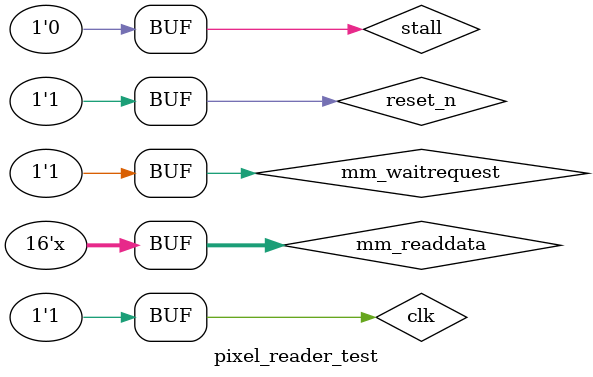
<source format=sv>
`timescale 1ns/100ps

module pixel_reader_test;

    logic clk;
    logic reset_n;

    logic [19:0] mm_address;
    logic        mm_read;
    logic [15:0] mm_readdata;
    logic        mm_waitrequest;

    logic [23:0] st_pixel_data;
    logic        st_pixel_valid;
    logic        st_pixel_ready;

    logic        stall;
    logic [23:0] last_value;
    logic [7:0]  num_values;

    pixel_reader u0(
        .clk,
        .reset_n,

        .next_frame('0),

        .mm_address,
        .mm_read,
        .mm_readdata,
        .mm_waitrequest,

        .st_pixel_data,
        .st_pixel_valid,
        .st_pixel_ready
    );

    fake_sink #(
        .DATA_WIDTH(24)
    ) u1(
        .clk,
        .reset_n,

        .data(st_pixel_data),
        .valid(st_pixel_valid),
        .ready(st_pixel_ready),

        .stall,
        .last_value,
        .num_values
    );

    initial begin
           clk = 0; reset_n = 0; mm_readdata = 16'hxxxx; mm_waitrequest = 1; stall = 0;
        #5 clk = 1;
        #5 clk = 0; reset_n = 1;
        #5 clk = 1;
        #5 clk = 0; mm_readdata = 16'hxxxx; mm_waitrequest = 1; stall = 0;
        #5 clk = 1;
        #5 clk = 0; mm_readdata = 16'hxxxx; mm_waitrequest = 1; stall = 0;
        #5 clk = 1;
        #5 clk = 0; mm_readdata = 16'h001f; mm_waitrequest = 0; stall = 0;
        #5 clk = 1;
        #5 clk = 0; mm_readdata = 16'hxxxx; mm_waitrequest = 1; stall = 1;
        #5 clk = 1;
        #5 clk = 0; mm_readdata = 16'hxxxx; mm_waitrequest = 1; stall = 0;
        #5 clk = 1;
        #5 clk = 0; mm_readdata = 16'h07e0; mm_waitrequest = 0; stall = 0;
        #5 clk = 1;
        #5 clk = 0; mm_readdata = 16'hxxxx; mm_waitrequest = 1; stall = 0;
        #5 clk = 1;
        #5 clk = 0; mm_readdata = 16'hf800; mm_waitrequest = 0; stall = 0;
        #5 clk = 1;
        #5 clk = 0; mm_readdata = 16'hxxxx; mm_waitrequest = 1; stall = 0;
        #5 clk = 1;
        #5 clk = 0; mm_readdata = 16'hxxxx; mm_waitrequest = 1; stall = 0;
        #5 clk = 1;
        #5 clk = 0; mm_readdata = 16'hxxxx; mm_waitrequest = 1; stall = 0;
        #5 clk = 1;
    end

endmodule

</source>
